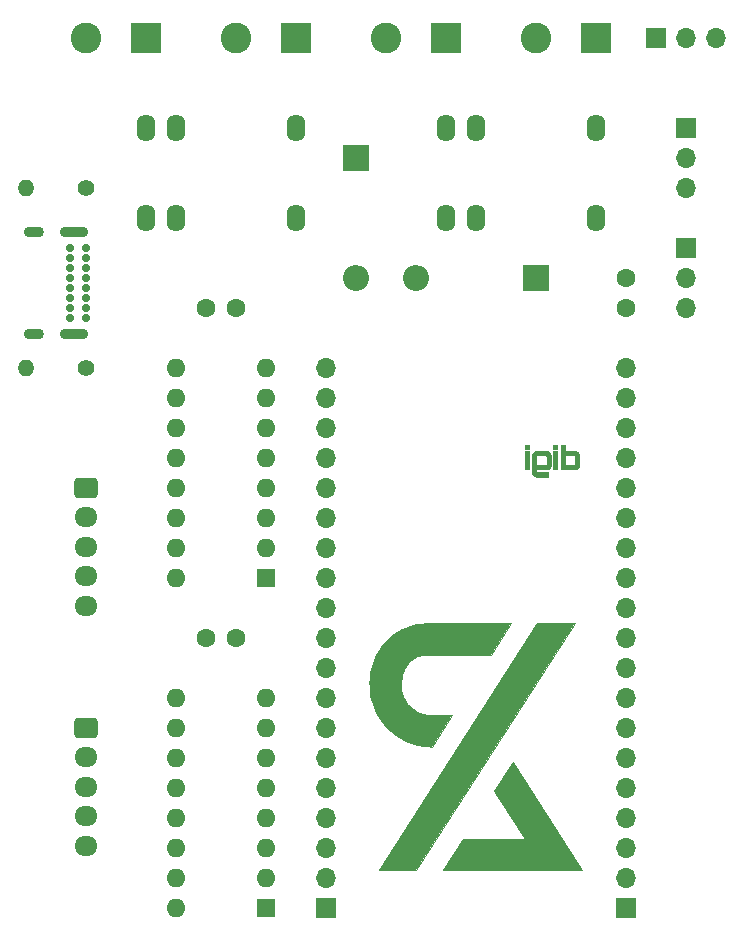
<source format=gbr>
%TF.GenerationSoftware,KiCad,Pcbnew,(6.0.4)*%
%TF.CreationDate,2022-05-24T10:51:08+02:00*%
%TF.ProjectId,XRTL_PCB,5852544c-5f50-4434-922e-6b696361645f,1.0*%
%TF.SameCoordinates,Original*%
%TF.FileFunction,Soldermask,Bot*%
%TF.FilePolarity,Negative*%
%FSLAX46Y46*%
G04 Gerber Fmt 4.6, Leading zero omitted, Abs format (unit mm)*
G04 Created by KiCad (PCBNEW (6.0.4)) date 2022-05-24 10:51:08*
%MOMM*%
%LPD*%
G01*
G04 APERTURE LIST*
G04 Aperture macros list*
%AMRoundRect*
0 Rectangle with rounded corners*
0 $1 Rounding radius*
0 $2 $3 $4 $5 $6 $7 $8 $9 X,Y pos of 4 corners*
0 Add a 4 corners polygon primitive as box body*
4,1,4,$2,$3,$4,$5,$6,$7,$8,$9,$2,$3,0*
0 Add four circle primitives for the rounded corners*
1,1,$1+$1,$2,$3*
1,1,$1+$1,$4,$5*
1,1,$1+$1,$6,$7*
1,1,$1+$1,$8,$9*
0 Add four rect primitives between the rounded corners*
20,1,$1+$1,$2,$3,$4,$5,0*
20,1,$1+$1,$4,$5,$6,$7,0*
20,1,$1+$1,$6,$7,$8,$9,0*
20,1,$1+$1,$8,$9,$2,$3,0*%
G04 Aperture macros list end*
%ADD10C,0.030000*%
%ADD11C,0.050000*%
%ADD12C,1.400000*%
%ADD13O,1.400000X1.400000*%
%ADD14C,1.600000*%
%ADD15O,1.600000X2.300000*%
%ADD16R,2.600000X2.600000*%
%ADD17C,2.600000*%
%ADD18R,1.600000X1.600000*%
%ADD19O,1.600000X1.600000*%
%ADD20R,1.700000X1.700000*%
%ADD21O,1.700000X1.700000*%
%ADD22RoundRect,0.250000X-0.725000X0.600000X-0.725000X-0.600000X0.725000X-0.600000X0.725000X0.600000X0*%
%ADD23O,1.950000X1.700000*%
%ADD24R,2.200000X2.200000*%
%ADD25O,2.200000X2.200000*%
%ADD26C,0.700000*%
%ADD27O,1.700000X0.900000*%
%ADD28O,2.400000X0.900000*%
G04 APERTURE END LIST*
D10*
G36*
X109236335Y-123855123D02*
G01*
X106089117Y-123855123D01*
X119499522Y-102923936D01*
X122646741Y-102923936D01*
X109236335Y-123855123D01*
G37*
X109236335Y-123855123D02*
X106089117Y-123855123D01*
X119499522Y-102923936D01*
X122646741Y-102923936D01*
X109236335Y-123855123D01*
G36*
X115562520Y-105575061D02*
G01*
X110216614Y-105575061D01*
X110097892Y-105577706D01*
X109981396Y-105585619D01*
X109867214Y-105598763D01*
X109755433Y-105617105D01*
X109646140Y-105640610D01*
X109539423Y-105669242D01*
X109435368Y-105702966D01*
X109334064Y-105741749D01*
X109235596Y-105785554D01*
X109140052Y-105834348D01*
X109047520Y-105888095D01*
X108958087Y-105946760D01*
X108871839Y-106010308D01*
X108788865Y-106078705D01*
X108709250Y-106151916D01*
X108633084Y-106229905D01*
X108566862Y-106304724D01*
X108503657Y-106383268D01*
X108443511Y-106465452D01*
X108386463Y-106551188D01*
X108332554Y-106640389D01*
X108281826Y-106732968D01*
X108234318Y-106828837D01*
X108190072Y-106927909D01*
X108149127Y-107030098D01*
X108111526Y-107135315D01*
X108077308Y-107243474D01*
X108046515Y-107354488D01*
X108019186Y-107468269D01*
X107995363Y-107584730D01*
X107975086Y-107703783D01*
X107958396Y-107825343D01*
X107945687Y-107962964D01*
X107940250Y-108100318D01*
X107942010Y-108237137D01*
X107950893Y-108373154D01*
X107966821Y-108508101D01*
X107989720Y-108641711D01*
X108019513Y-108773717D01*
X108056126Y-108903850D01*
X108099483Y-109031844D01*
X108149508Y-109157432D01*
X108206126Y-109280345D01*
X108269260Y-109400316D01*
X108338837Y-109517078D01*
X108414779Y-109630364D01*
X108497011Y-109739905D01*
X108585458Y-109845436D01*
X108679454Y-109946062D01*
X108778206Y-110040997D01*
X108881445Y-110130131D01*
X108988906Y-110213351D01*
X109100320Y-110290549D01*
X109215419Y-110361613D01*
X109333937Y-110426434D01*
X109455606Y-110484900D01*
X109580159Y-110536902D01*
X109707327Y-110582328D01*
X109836845Y-110621069D01*
X109968443Y-110653014D01*
X110101856Y-110678052D01*
X110236814Y-110696073D01*
X110373052Y-110706967D01*
X110510302Y-110710623D01*
X112272426Y-110710623D01*
X110569835Y-113365717D01*
X110506335Y-113365717D01*
X110254587Y-113359590D01*
X110005560Y-113341394D01*
X109759558Y-113311410D01*
X109516884Y-113269917D01*
X109277840Y-113217195D01*
X109042730Y-113153524D01*
X108811856Y-113079183D01*
X108585522Y-112994453D01*
X108364031Y-112899613D01*
X108147685Y-112794943D01*
X107936789Y-112680722D01*
X107731644Y-112557232D01*
X107532554Y-112424750D01*
X107339822Y-112283557D01*
X107153751Y-112133934D01*
X106974644Y-111976159D01*
X106802803Y-111810512D01*
X106638533Y-111637273D01*
X106482136Y-111456723D01*
X106333915Y-111269140D01*
X106194173Y-111074804D01*
X106063213Y-110873996D01*
X105941339Y-110666995D01*
X105828853Y-110454081D01*
X105726057Y-110235534D01*
X105633257Y-110011632D01*
X105550753Y-109782657D01*
X105478850Y-109548888D01*
X105417850Y-109310605D01*
X105368057Y-109068088D01*
X105329773Y-108821615D01*
X105303302Y-108571468D01*
X105286491Y-108278248D01*
X105283597Y-107988209D01*
X105294494Y-107701739D01*
X105319053Y-107419228D01*
X105357145Y-107141066D01*
X105408644Y-106867642D01*
X105473421Y-106599345D01*
X105551349Y-106336566D01*
X105642299Y-106079693D01*
X105746143Y-105829116D01*
X105862754Y-105585225D01*
X105992004Y-105348409D01*
X106133765Y-105119057D01*
X106287908Y-104897560D01*
X106454307Y-104684307D01*
X106632833Y-104479687D01*
X106810578Y-104296745D01*
X106996811Y-104124553D01*
X107191183Y-103963256D01*
X107393345Y-103812999D01*
X107602948Y-103673927D01*
X107819644Y-103546186D01*
X108043084Y-103429920D01*
X108272919Y-103325276D01*
X108508800Y-103232399D01*
X108750378Y-103151434D01*
X108997305Y-103082527D01*
X109249232Y-103025822D01*
X109505809Y-102981465D01*
X109766688Y-102949602D01*
X110031521Y-102930377D01*
X110299958Y-102923936D01*
X117261145Y-102923936D01*
X115562520Y-105575061D01*
G37*
X115562520Y-105575061D02*
X110216614Y-105575061D01*
X110097892Y-105577706D01*
X109981396Y-105585619D01*
X109867214Y-105598763D01*
X109755433Y-105617105D01*
X109646140Y-105640610D01*
X109539423Y-105669242D01*
X109435368Y-105702966D01*
X109334064Y-105741749D01*
X109235596Y-105785554D01*
X109140052Y-105834348D01*
X109047520Y-105888095D01*
X108958087Y-105946760D01*
X108871839Y-106010308D01*
X108788865Y-106078705D01*
X108709250Y-106151916D01*
X108633084Y-106229905D01*
X108566862Y-106304724D01*
X108503657Y-106383268D01*
X108443511Y-106465452D01*
X108386463Y-106551188D01*
X108332554Y-106640389D01*
X108281826Y-106732968D01*
X108234318Y-106828837D01*
X108190072Y-106927909D01*
X108149127Y-107030098D01*
X108111526Y-107135315D01*
X108077308Y-107243474D01*
X108046515Y-107354488D01*
X108019186Y-107468269D01*
X107995363Y-107584730D01*
X107975086Y-107703783D01*
X107958396Y-107825343D01*
X107945687Y-107962964D01*
X107940250Y-108100318D01*
X107942010Y-108237137D01*
X107950893Y-108373154D01*
X107966821Y-108508101D01*
X107989720Y-108641711D01*
X108019513Y-108773717D01*
X108056126Y-108903850D01*
X108099483Y-109031844D01*
X108149508Y-109157432D01*
X108206126Y-109280345D01*
X108269260Y-109400316D01*
X108338837Y-109517078D01*
X108414779Y-109630364D01*
X108497011Y-109739905D01*
X108585458Y-109845436D01*
X108679454Y-109946062D01*
X108778206Y-110040997D01*
X108881445Y-110130131D01*
X108988906Y-110213351D01*
X109100320Y-110290549D01*
X109215419Y-110361613D01*
X109333937Y-110426434D01*
X109455606Y-110484900D01*
X109580159Y-110536902D01*
X109707327Y-110582328D01*
X109836845Y-110621069D01*
X109968443Y-110653014D01*
X110101856Y-110678052D01*
X110236814Y-110696073D01*
X110373052Y-110706967D01*
X110510302Y-110710623D01*
X112272426Y-110710623D01*
X110569835Y-113365717D01*
X110506335Y-113365717D01*
X110254587Y-113359590D01*
X110005560Y-113341394D01*
X109759558Y-113311410D01*
X109516884Y-113269917D01*
X109277840Y-113217195D01*
X109042730Y-113153524D01*
X108811856Y-113079183D01*
X108585522Y-112994453D01*
X108364031Y-112899613D01*
X108147685Y-112794943D01*
X107936789Y-112680722D01*
X107731644Y-112557232D01*
X107532554Y-112424750D01*
X107339822Y-112283557D01*
X107153751Y-112133934D01*
X106974644Y-111976159D01*
X106802803Y-111810512D01*
X106638533Y-111637273D01*
X106482136Y-111456723D01*
X106333915Y-111269140D01*
X106194173Y-111074804D01*
X106063213Y-110873996D01*
X105941339Y-110666995D01*
X105828853Y-110454081D01*
X105726057Y-110235534D01*
X105633257Y-110011632D01*
X105550753Y-109782657D01*
X105478850Y-109548888D01*
X105417850Y-109310605D01*
X105368057Y-109068088D01*
X105329773Y-108821615D01*
X105303302Y-108571468D01*
X105286491Y-108278248D01*
X105283597Y-107988209D01*
X105294494Y-107701739D01*
X105319053Y-107419228D01*
X105357145Y-107141066D01*
X105408644Y-106867642D01*
X105473421Y-106599345D01*
X105551349Y-106336566D01*
X105642299Y-106079693D01*
X105746143Y-105829116D01*
X105862754Y-105585225D01*
X105992004Y-105348409D01*
X106133765Y-105119057D01*
X106287908Y-104897560D01*
X106454307Y-104684307D01*
X106632833Y-104479687D01*
X106810578Y-104296745D01*
X106996811Y-104124553D01*
X107191183Y-103963256D01*
X107393345Y-103812999D01*
X107602948Y-103673927D01*
X107819644Y-103546186D01*
X108043084Y-103429920D01*
X108272919Y-103325276D01*
X108508800Y-103232399D01*
X108750378Y-103151434D01*
X108997305Y-103082527D01*
X109249232Y-103025822D01*
X109505809Y-102981465D01*
X109766688Y-102949602D01*
X110031521Y-102930377D01*
X110299958Y-102923936D01*
X117261145Y-102923936D01*
X115562520Y-105575061D01*
D11*
G36*
X118781949Y-89903212D02*
G01*
X118438818Y-89903212D01*
X118438818Y-88368077D01*
X118781949Y-88368077D01*
X118781949Y-89903212D01*
G37*
X118781949Y-89903212D02*
X118438818Y-89903212D01*
X118438818Y-88368077D01*
X118781949Y-88368077D01*
X118781949Y-89903212D01*
G36*
X120618007Y-89553125D02*
G01*
X120617472Y-89565331D01*
X120616577Y-89577404D01*
X120615322Y-89589342D01*
X120613702Y-89601142D01*
X120611718Y-89612803D01*
X120609366Y-89624323D01*
X120606644Y-89635700D01*
X120603551Y-89646931D01*
X120600085Y-89658015D01*
X120596243Y-89668949D01*
X120592024Y-89679732D01*
X120587425Y-89690362D01*
X120582445Y-89700836D01*
X120577081Y-89711153D01*
X120571332Y-89721310D01*
X120564744Y-89731517D01*
X120557899Y-89741467D01*
X120550800Y-89751163D01*
X120543448Y-89760606D01*
X120535846Y-89769799D01*
X120527996Y-89778744D01*
X120519900Y-89787442D01*
X120511559Y-89795897D01*
X120502977Y-89804109D01*
X120494154Y-89812081D01*
X120485092Y-89819814D01*
X120475795Y-89827312D01*
X120466263Y-89834575D01*
X120456500Y-89841606D01*
X120446506Y-89848407D01*
X120436284Y-89854980D01*
X120425642Y-89860745D01*
X120414900Y-89866153D01*
X120404058Y-89871201D01*
X120393113Y-89875888D01*
X120382063Y-89880211D01*
X120370905Y-89884169D01*
X120359639Y-89887760D01*
X120348262Y-89890981D01*
X120336772Y-89893831D01*
X120325166Y-89896308D01*
X120313444Y-89898409D01*
X120301602Y-89900132D01*
X120289640Y-89901477D01*
X120277554Y-89902439D01*
X120265343Y-89903018D01*
X120253005Y-89903212D01*
X119406890Y-89903212D01*
X119406890Y-90127832D01*
X119406923Y-90129866D01*
X119407024Y-90131834D01*
X119407199Y-90133733D01*
X119407449Y-90135562D01*
X119407781Y-90137317D01*
X119407979Y-90138167D01*
X119408198Y-90138999D01*
X119408439Y-90139811D01*
X119408703Y-90140603D01*
X119408990Y-90141376D01*
X119409301Y-90142129D01*
X119409636Y-90142862D01*
X119409996Y-90143574D01*
X119410381Y-90144265D01*
X119410792Y-90144936D01*
X119411229Y-90145586D01*
X119411693Y-90146214D01*
X119412184Y-90146820D01*
X119412703Y-90147404D01*
X119413250Y-90147966D01*
X119413826Y-90148506D01*
X119414431Y-90149023D01*
X119415066Y-90149517D01*
X119415732Y-90149988D01*
X119416428Y-90150435D01*
X119417155Y-90150859D01*
X119417914Y-90151258D01*
X119418736Y-90152291D01*
X119419650Y-90153315D01*
X119420648Y-90154323D01*
X119421725Y-90155306D01*
X119422875Y-90156258D01*
X119424091Y-90157169D01*
X119425368Y-90158031D01*
X119426699Y-90158838D01*
X119428079Y-90159579D01*
X119429501Y-90160248D01*
X119430959Y-90160836D01*
X119432448Y-90161335D01*
X119433961Y-90161738D01*
X119435492Y-90162035D01*
X119437035Y-90162219D01*
X119438585Y-90162283D01*
X120364626Y-90162283D01*
X120364626Y-90509548D01*
X119424804Y-90509548D01*
X119411981Y-90509355D01*
X119399348Y-90508776D01*
X119386901Y-90507813D01*
X119374635Y-90506469D01*
X119362547Y-90504746D01*
X119350632Y-90502645D01*
X119338887Y-90500168D01*
X119327308Y-90497318D01*
X119315890Y-90494097D01*
X119304630Y-90490506D01*
X119293522Y-90486548D01*
X119282565Y-90482224D01*
X119271752Y-90477538D01*
X119261081Y-90472489D01*
X119250548Y-90467082D01*
X119240147Y-90461317D01*
X119229956Y-90454760D01*
X119220050Y-90448002D01*
X119210422Y-90441039D01*
X119201067Y-90433864D01*
X119191978Y-90426471D01*
X119183150Y-90418853D01*
X119174576Y-90411006D01*
X119166250Y-90402923D01*
X119158166Y-90394597D01*
X119150319Y-90386023D01*
X119142702Y-90377194D01*
X119135309Y-90368106D01*
X119128133Y-90358750D01*
X119121170Y-90349123D01*
X119114413Y-90339216D01*
X119107856Y-90329025D01*
X119102091Y-90318625D01*
X119096683Y-90308096D01*
X119091635Y-90297438D01*
X119086948Y-90286651D01*
X119082625Y-90275734D01*
X119078666Y-90264688D01*
X119075076Y-90253513D01*
X119071854Y-90242209D01*
X119069004Y-90230775D01*
X119066528Y-90219213D01*
X119064427Y-90207521D01*
X119062703Y-90195700D01*
X119061359Y-90183750D01*
X119060397Y-90171671D01*
X119059818Y-90159462D01*
X119059624Y-90147124D01*
X119059624Y-89524251D01*
X119406890Y-89524251D01*
X119406923Y-89526286D01*
X119407024Y-89528256D01*
X119407199Y-89530161D01*
X119407449Y-89532002D01*
X119407781Y-89533779D01*
X119408198Y-89535491D01*
X119408703Y-89537138D01*
X119408990Y-89537937D01*
X119409301Y-89538720D01*
X119409636Y-89539487D01*
X119409996Y-89540238D01*
X119410381Y-89540973D01*
X119410792Y-89541692D01*
X119411229Y-89542394D01*
X119411693Y-89543081D01*
X119412184Y-89543751D01*
X119412703Y-89544405D01*
X119413250Y-89545043D01*
X119413826Y-89545664D01*
X119414431Y-89546270D01*
X119415066Y-89546859D01*
X119415732Y-89547433D01*
X119416428Y-89547990D01*
X119417155Y-89548531D01*
X119417914Y-89549056D01*
X119418736Y-89550072D01*
X119419650Y-89551053D01*
X119420648Y-89551993D01*
X119421725Y-89552888D01*
X119422875Y-89553735D01*
X119424091Y-89554530D01*
X119425368Y-89555268D01*
X119426699Y-89555946D01*
X119428079Y-89556559D01*
X119429501Y-89557103D01*
X119430959Y-89557575D01*
X119432448Y-89557970D01*
X119433961Y-89558284D01*
X119435492Y-89558514D01*
X119437035Y-89558654D01*
X119438585Y-89558702D01*
X120240603Y-89558702D01*
X120242395Y-89558654D01*
X120244153Y-89558514D01*
X120245874Y-89558284D01*
X120247557Y-89557970D01*
X120249200Y-89557575D01*
X120250801Y-89557103D01*
X120252357Y-89556559D01*
X120253866Y-89555946D01*
X120255327Y-89555268D01*
X120256738Y-89554530D01*
X120258096Y-89553735D01*
X120259400Y-89552888D01*
X120260647Y-89551993D01*
X120261836Y-89551053D01*
X120262964Y-89550072D01*
X120264029Y-89549056D01*
X120265062Y-89547990D01*
X120266086Y-89546859D01*
X120267094Y-89545664D01*
X120268077Y-89544405D01*
X120269029Y-89543081D01*
X120269940Y-89541692D01*
X120270802Y-89540238D01*
X120271609Y-89538720D01*
X120272350Y-89537138D01*
X120273019Y-89535491D01*
X120273607Y-89533779D01*
X120274106Y-89532002D01*
X120274509Y-89530161D01*
X120274806Y-89528256D01*
X120274990Y-89526286D01*
X120275054Y-89524251D01*
X120275054Y-88749793D01*
X120275038Y-88748768D01*
X120274990Y-88747759D01*
X120274913Y-88746767D01*
X120274806Y-88745791D01*
X120274671Y-88744833D01*
X120274509Y-88743892D01*
X120274320Y-88742969D01*
X120274106Y-88742064D01*
X120273868Y-88741176D01*
X120273607Y-88740308D01*
X120273324Y-88739458D01*
X120273019Y-88738627D01*
X120272694Y-88737815D01*
X120272350Y-88737022D01*
X120271609Y-88735496D01*
X120270802Y-88734051D01*
X120269940Y-88732689D01*
X120269029Y-88731412D01*
X120268077Y-88730221D01*
X120267094Y-88729119D01*
X120266086Y-88728108D01*
X120265062Y-88727190D01*
X120264029Y-88726367D01*
X120262964Y-88725335D01*
X120261836Y-88724311D01*
X120260647Y-88723303D01*
X120259400Y-88722319D01*
X120258096Y-88721367D01*
X120256738Y-88720456D01*
X120255327Y-88719594D01*
X120253866Y-88718788D01*
X120252357Y-88718046D01*
X120250801Y-88717377D01*
X120249200Y-88716789D01*
X120247557Y-88716290D01*
X120245874Y-88715888D01*
X120244153Y-88715590D01*
X120242395Y-88715406D01*
X120240603Y-88715343D01*
X119438585Y-88715343D01*
X119437810Y-88715359D01*
X119437035Y-88715406D01*
X119436263Y-88715483D01*
X119435492Y-88715590D01*
X119434725Y-88715725D01*
X119433961Y-88715888D01*
X119433202Y-88716076D01*
X119432448Y-88716290D01*
X119430959Y-88716789D01*
X119429501Y-88717377D01*
X119428079Y-88718046D01*
X119426699Y-88718788D01*
X119425368Y-88719594D01*
X119424091Y-88720456D01*
X119422875Y-88721367D01*
X119421725Y-88722319D01*
X119420648Y-88723303D01*
X119419650Y-88724311D01*
X119418736Y-88725335D01*
X119417914Y-88726367D01*
X119416428Y-88727190D01*
X119415066Y-88728108D01*
X119413826Y-88729119D01*
X119412703Y-88730221D01*
X119411693Y-88731412D01*
X119410792Y-88732689D01*
X119409996Y-88734051D01*
X119409301Y-88735496D01*
X119408703Y-88737022D01*
X119408198Y-88738627D01*
X119407781Y-88740308D01*
X119407449Y-88742064D01*
X119407199Y-88743892D01*
X119407024Y-88745791D01*
X119406923Y-88747759D01*
X119406890Y-88749793D01*
X119406890Y-89524251D01*
X119059624Y-89524251D01*
X119059624Y-88733257D01*
X119059818Y-88720919D01*
X119060402Y-88708711D01*
X119061377Y-88696631D01*
X119062746Y-88684681D01*
X119064511Y-88672860D01*
X119066673Y-88661168D01*
X119069235Y-88649606D01*
X119072199Y-88638172D01*
X119075566Y-88626868D01*
X119079339Y-88615693D01*
X119083520Y-88604647D01*
X119088111Y-88593731D01*
X119093113Y-88582943D01*
X119098529Y-88572285D01*
X119104361Y-88561756D01*
X119110611Y-88551356D01*
X119116684Y-88541392D01*
X119123016Y-88531654D01*
X119129612Y-88522143D01*
X119136471Y-88512857D01*
X119143597Y-88503798D01*
X119150992Y-88494964D01*
X119158657Y-88486357D01*
X119166594Y-88477975D01*
X119174806Y-88469820D01*
X119183295Y-88461891D01*
X119192062Y-88454188D01*
X119201110Y-88446711D01*
X119210440Y-88439460D01*
X119220055Y-88432436D01*
X119229957Y-88425637D01*
X119240147Y-88419064D01*
X119250548Y-88413269D01*
X119261081Y-88407774D01*
X119271752Y-88402589D01*
X119282565Y-88397726D01*
X119293522Y-88393194D01*
X119304630Y-88389003D01*
X119315890Y-88385163D01*
X119327308Y-88381685D01*
X119338887Y-88378578D01*
X119350632Y-88375853D01*
X119362547Y-88373519D01*
X119374635Y-88371587D01*
X119386901Y-88370066D01*
X119399348Y-88368968D01*
X119411981Y-88368301D01*
X119424804Y-88368077D01*
X120253005Y-88368077D01*
X120265343Y-88368301D01*
X120277554Y-88368968D01*
X120289640Y-88370066D01*
X120301602Y-88371587D01*
X120313444Y-88373519D01*
X120325166Y-88375853D01*
X120336772Y-88378578D01*
X120348262Y-88381685D01*
X120359639Y-88385163D01*
X120370905Y-88389003D01*
X120382063Y-88393194D01*
X120393113Y-88397726D01*
X120404058Y-88402589D01*
X120414900Y-88407774D01*
X120425642Y-88413269D01*
X120436284Y-88419064D01*
X120446506Y-88425637D01*
X120456500Y-88432436D01*
X120466263Y-88439460D01*
X120475795Y-88446711D01*
X120485092Y-88454188D01*
X120494154Y-88461891D01*
X120502977Y-88469820D01*
X120511559Y-88477975D01*
X120519900Y-88486357D01*
X120527996Y-88494964D01*
X120535846Y-88503798D01*
X120543448Y-88512857D01*
X120550800Y-88522143D01*
X120557899Y-88531654D01*
X120564744Y-88541392D01*
X120571332Y-88551356D01*
X120577081Y-88561756D01*
X120582445Y-88572285D01*
X120587425Y-88582943D01*
X120592024Y-88593731D01*
X120596243Y-88604647D01*
X120600085Y-88615693D01*
X120603551Y-88626868D01*
X120606644Y-88638172D01*
X120609366Y-88649606D01*
X120611718Y-88661168D01*
X120613702Y-88672860D01*
X120615322Y-88684681D01*
X120616577Y-88696631D01*
X120617472Y-88708711D01*
X120618007Y-88720919D01*
X120618185Y-88733257D01*
X120618185Y-89540787D01*
X120618007Y-89553125D01*
G37*
X120618007Y-89553125D02*
X120617472Y-89565331D01*
X120616577Y-89577404D01*
X120615322Y-89589342D01*
X120613702Y-89601142D01*
X120611718Y-89612803D01*
X120609366Y-89624323D01*
X120606644Y-89635700D01*
X120603551Y-89646931D01*
X120600085Y-89658015D01*
X120596243Y-89668949D01*
X120592024Y-89679732D01*
X120587425Y-89690362D01*
X120582445Y-89700836D01*
X120577081Y-89711153D01*
X120571332Y-89721310D01*
X120564744Y-89731517D01*
X120557899Y-89741467D01*
X120550800Y-89751163D01*
X120543448Y-89760606D01*
X120535846Y-89769799D01*
X120527996Y-89778744D01*
X120519900Y-89787442D01*
X120511559Y-89795897D01*
X120502977Y-89804109D01*
X120494154Y-89812081D01*
X120485092Y-89819814D01*
X120475795Y-89827312D01*
X120466263Y-89834575D01*
X120456500Y-89841606D01*
X120446506Y-89848407D01*
X120436284Y-89854980D01*
X120425642Y-89860745D01*
X120414900Y-89866153D01*
X120404058Y-89871201D01*
X120393113Y-89875888D01*
X120382063Y-89880211D01*
X120370905Y-89884169D01*
X120359639Y-89887760D01*
X120348262Y-89890981D01*
X120336772Y-89893831D01*
X120325166Y-89896308D01*
X120313444Y-89898409D01*
X120301602Y-89900132D01*
X120289640Y-89901477D01*
X120277554Y-89902439D01*
X120265343Y-89903018D01*
X120253005Y-89903212D01*
X119406890Y-89903212D01*
X119406890Y-90127832D01*
X119406923Y-90129866D01*
X119407024Y-90131834D01*
X119407199Y-90133733D01*
X119407449Y-90135562D01*
X119407781Y-90137317D01*
X119407979Y-90138167D01*
X119408198Y-90138999D01*
X119408439Y-90139811D01*
X119408703Y-90140603D01*
X119408990Y-90141376D01*
X119409301Y-90142129D01*
X119409636Y-90142862D01*
X119409996Y-90143574D01*
X119410381Y-90144265D01*
X119410792Y-90144936D01*
X119411229Y-90145586D01*
X119411693Y-90146214D01*
X119412184Y-90146820D01*
X119412703Y-90147404D01*
X119413250Y-90147966D01*
X119413826Y-90148506D01*
X119414431Y-90149023D01*
X119415066Y-90149517D01*
X119415732Y-90149988D01*
X119416428Y-90150435D01*
X119417155Y-90150859D01*
X119417914Y-90151258D01*
X119418736Y-90152291D01*
X119419650Y-90153315D01*
X119420648Y-90154323D01*
X119421725Y-90155306D01*
X119422875Y-90156258D01*
X119424091Y-90157169D01*
X119425368Y-90158031D01*
X119426699Y-90158838D01*
X119428079Y-90159579D01*
X119429501Y-90160248D01*
X119430959Y-90160836D01*
X119432448Y-90161335D01*
X119433961Y-90161738D01*
X119435492Y-90162035D01*
X119437035Y-90162219D01*
X119438585Y-90162283D01*
X120364626Y-90162283D01*
X120364626Y-90509548D01*
X119424804Y-90509548D01*
X119411981Y-90509355D01*
X119399348Y-90508776D01*
X119386901Y-90507813D01*
X119374635Y-90506469D01*
X119362547Y-90504746D01*
X119350632Y-90502645D01*
X119338887Y-90500168D01*
X119327308Y-90497318D01*
X119315890Y-90494097D01*
X119304630Y-90490506D01*
X119293522Y-90486548D01*
X119282565Y-90482224D01*
X119271752Y-90477538D01*
X119261081Y-90472489D01*
X119250548Y-90467082D01*
X119240147Y-90461317D01*
X119229956Y-90454760D01*
X119220050Y-90448002D01*
X119210422Y-90441039D01*
X119201067Y-90433864D01*
X119191978Y-90426471D01*
X119183150Y-90418853D01*
X119174576Y-90411006D01*
X119166250Y-90402923D01*
X119158166Y-90394597D01*
X119150319Y-90386023D01*
X119142702Y-90377194D01*
X119135309Y-90368106D01*
X119128133Y-90358750D01*
X119121170Y-90349123D01*
X119114413Y-90339216D01*
X119107856Y-90329025D01*
X119102091Y-90318625D01*
X119096683Y-90308096D01*
X119091635Y-90297438D01*
X119086948Y-90286651D01*
X119082625Y-90275734D01*
X119078666Y-90264688D01*
X119075076Y-90253513D01*
X119071854Y-90242209D01*
X119069004Y-90230775D01*
X119066528Y-90219213D01*
X119064427Y-90207521D01*
X119062703Y-90195700D01*
X119061359Y-90183750D01*
X119060397Y-90171671D01*
X119059818Y-90159462D01*
X119059624Y-90147124D01*
X119059624Y-89524251D01*
X119406890Y-89524251D01*
X119406923Y-89526286D01*
X119407024Y-89528256D01*
X119407199Y-89530161D01*
X119407449Y-89532002D01*
X119407781Y-89533779D01*
X119408198Y-89535491D01*
X119408703Y-89537138D01*
X119408990Y-89537937D01*
X119409301Y-89538720D01*
X119409636Y-89539487D01*
X119409996Y-89540238D01*
X119410381Y-89540973D01*
X119410792Y-89541692D01*
X119411229Y-89542394D01*
X119411693Y-89543081D01*
X119412184Y-89543751D01*
X119412703Y-89544405D01*
X119413250Y-89545043D01*
X119413826Y-89545664D01*
X119414431Y-89546270D01*
X119415066Y-89546859D01*
X119415732Y-89547433D01*
X119416428Y-89547990D01*
X119417155Y-89548531D01*
X119417914Y-89549056D01*
X119418736Y-89550072D01*
X119419650Y-89551053D01*
X119420648Y-89551993D01*
X119421725Y-89552888D01*
X119422875Y-89553735D01*
X119424091Y-89554530D01*
X119425368Y-89555268D01*
X119426699Y-89555946D01*
X119428079Y-89556559D01*
X119429501Y-89557103D01*
X119430959Y-89557575D01*
X119432448Y-89557970D01*
X119433961Y-89558284D01*
X119435492Y-89558514D01*
X119437035Y-89558654D01*
X119438585Y-89558702D01*
X120240603Y-89558702D01*
X120242395Y-89558654D01*
X120244153Y-89558514D01*
X120245874Y-89558284D01*
X120247557Y-89557970D01*
X120249200Y-89557575D01*
X120250801Y-89557103D01*
X120252357Y-89556559D01*
X120253866Y-89555946D01*
X120255327Y-89555268D01*
X120256738Y-89554530D01*
X120258096Y-89553735D01*
X120259400Y-89552888D01*
X120260647Y-89551993D01*
X120261836Y-89551053D01*
X120262964Y-89550072D01*
X120264029Y-89549056D01*
X120265062Y-89547990D01*
X120266086Y-89546859D01*
X120267094Y-89545664D01*
X120268077Y-89544405D01*
X120269029Y-89543081D01*
X120269940Y-89541692D01*
X120270802Y-89540238D01*
X120271609Y-89538720D01*
X120272350Y-89537138D01*
X120273019Y-89535491D01*
X120273607Y-89533779D01*
X120274106Y-89532002D01*
X120274509Y-89530161D01*
X120274806Y-89528256D01*
X120274990Y-89526286D01*
X120275054Y-89524251D01*
X120275054Y-88749793D01*
X120275038Y-88748768D01*
X120274990Y-88747759D01*
X120274913Y-88746767D01*
X120274806Y-88745791D01*
X120274671Y-88744833D01*
X120274509Y-88743892D01*
X120274320Y-88742969D01*
X120274106Y-88742064D01*
X120273868Y-88741176D01*
X120273607Y-88740308D01*
X120273324Y-88739458D01*
X120273019Y-88738627D01*
X120272694Y-88737815D01*
X120272350Y-88737022D01*
X120271609Y-88735496D01*
X120270802Y-88734051D01*
X120269940Y-88732689D01*
X120269029Y-88731412D01*
X120268077Y-88730221D01*
X120267094Y-88729119D01*
X120266086Y-88728108D01*
X120265062Y-88727190D01*
X120264029Y-88726367D01*
X120262964Y-88725335D01*
X120261836Y-88724311D01*
X120260647Y-88723303D01*
X120259400Y-88722319D01*
X120258096Y-88721367D01*
X120256738Y-88720456D01*
X120255327Y-88719594D01*
X120253866Y-88718788D01*
X120252357Y-88718046D01*
X120250801Y-88717377D01*
X120249200Y-88716789D01*
X120247557Y-88716290D01*
X120245874Y-88715888D01*
X120244153Y-88715590D01*
X120242395Y-88715406D01*
X120240603Y-88715343D01*
X119438585Y-88715343D01*
X119437810Y-88715359D01*
X119437035Y-88715406D01*
X119436263Y-88715483D01*
X119435492Y-88715590D01*
X119434725Y-88715725D01*
X119433961Y-88715888D01*
X119433202Y-88716076D01*
X119432448Y-88716290D01*
X119430959Y-88716789D01*
X119429501Y-88717377D01*
X119428079Y-88718046D01*
X119426699Y-88718788D01*
X119425368Y-88719594D01*
X119424091Y-88720456D01*
X119422875Y-88721367D01*
X119421725Y-88722319D01*
X119420648Y-88723303D01*
X119419650Y-88724311D01*
X119418736Y-88725335D01*
X119417914Y-88726367D01*
X119416428Y-88727190D01*
X119415066Y-88728108D01*
X119413826Y-88729119D01*
X119412703Y-88730221D01*
X119411693Y-88731412D01*
X119410792Y-88732689D01*
X119409996Y-88734051D01*
X119409301Y-88735496D01*
X119408703Y-88737022D01*
X119408198Y-88738627D01*
X119407781Y-88740308D01*
X119407449Y-88742064D01*
X119407199Y-88743892D01*
X119407024Y-88745791D01*
X119406923Y-88747759D01*
X119406890Y-88749793D01*
X119406890Y-89524251D01*
X119059624Y-89524251D01*
X119059624Y-88733257D01*
X119059818Y-88720919D01*
X119060402Y-88708711D01*
X119061377Y-88696631D01*
X119062746Y-88684681D01*
X119064511Y-88672860D01*
X119066673Y-88661168D01*
X119069235Y-88649606D01*
X119072199Y-88638172D01*
X119075566Y-88626868D01*
X119079339Y-88615693D01*
X119083520Y-88604647D01*
X119088111Y-88593731D01*
X119093113Y-88582943D01*
X119098529Y-88572285D01*
X119104361Y-88561756D01*
X119110611Y-88551356D01*
X119116684Y-88541392D01*
X119123016Y-88531654D01*
X119129612Y-88522143D01*
X119136471Y-88512857D01*
X119143597Y-88503798D01*
X119150992Y-88494964D01*
X119158657Y-88486357D01*
X119166594Y-88477975D01*
X119174806Y-88469820D01*
X119183295Y-88461891D01*
X119192062Y-88454188D01*
X119201110Y-88446711D01*
X119210440Y-88439460D01*
X119220055Y-88432436D01*
X119229957Y-88425637D01*
X119240147Y-88419064D01*
X119250548Y-88413269D01*
X119261081Y-88407774D01*
X119271752Y-88402589D01*
X119282565Y-88397726D01*
X119293522Y-88393194D01*
X119304630Y-88389003D01*
X119315890Y-88385163D01*
X119327308Y-88381685D01*
X119338887Y-88378578D01*
X119350632Y-88375853D01*
X119362547Y-88373519D01*
X119374635Y-88371587D01*
X119386901Y-88370066D01*
X119399348Y-88368968D01*
X119411981Y-88368301D01*
X119424804Y-88368077D01*
X120253005Y-88368077D01*
X120265343Y-88368301D01*
X120277554Y-88368968D01*
X120289640Y-88370066D01*
X120301602Y-88371587D01*
X120313444Y-88373519D01*
X120325166Y-88375853D01*
X120336772Y-88378578D01*
X120348262Y-88381685D01*
X120359639Y-88385163D01*
X120370905Y-88389003D01*
X120382063Y-88393194D01*
X120393113Y-88397726D01*
X120404058Y-88402589D01*
X120414900Y-88407774D01*
X120425642Y-88413269D01*
X120436284Y-88419064D01*
X120446506Y-88425637D01*
X120456500Y-88432436D01*
X120466263Y-88439460D01*
X120475795Y-88446711D01*
X120485092Y-88454188D01*
X120494154Y-88461891D01*
X120502977Y-88469820D01*
X120511559Y-88477975D01*
X120519900Y-88486357D01*
X120527996Y-88494964D01*
X120535846Y-88503798D01*
X120543448Y-88512857D01*
X120550800Y-88522143D01*
X120557899Y-88531654D01*
X120564744Y-88541392D01*
X120571332Y-88551356D01*
X120577081Y-88561756D01*
X120582445Y-88572285D01*
X120587425Y-88582943D01*
X120592024Y-88593731D01*
X120596243Y-88604647D01*
X120600085Y-88615693D01*
X120603551Y-88626868D01*
X120606644Y-88638172D01*
X120609366Y-88649606D01*
X120611718Y-88661168D01*
X120613702Y-88672860D01*
X120615322Y-88684681D01*
X120616577Y-88696631D01*
X120617472Y-88708711D01*
X120618007Y-88720919D01*
X120618185Y-88733257D01*
X120618185Y-89540787D01*
X120618007Y-89553125D01*
G36*
X121176291Y-89903212D02*
G01*
X120833159Y-89903212D01*
X120833159Y-88368077D01*
X121176291Y-88368077D01*
X121176291Y-89903212D01*
G37*
X121176291Y-89903212D02*
X120833159Y-89903212D01*
X120833159Y-88368077D01*
X121176291Y-88368077D01*
X121176291Y-89903212D01*
D10*
G36*
X123305553Y-123855123D02*
G01*
X120126585Y-123855123D01*
X120118648Y-123847186D01*
X111470743Y-123823373D01*
X113177306Y-121176217D01*
X118451772Y-121188121D01*
X115828428Y-117092372D01*
X117404022Y-114635716D01*
X123305553Y-123855123D01*
G37*
X123305553Y-123855123D02*
X120126585Y-123855123D01*
X120118648Y-123847186D01*
X111470743Y-123823373D01*
X113177306Y-121176217D01*
X118451772Y-121188121D01*
X115828428Y-117092372D01*
X117404022Y-114635716D01*
X123305553Y-123855123D01*
D11*
G36*
X118781949Y-88215115D02*
G01*
X118438818Y-88215115D01*
X118438818Y-87866471D01*
X118781949Y-87866471D01*
X118781949Y-88215115D01*
G37*
X118781949Y-88215115D02*
X118438818Y-88215115D01*
X118438818Y-87866471D01*
X118781949Y-87866471D01*
X118781949Y-88215115D01*
G36*
X121176291Y-88215115D02*
G01*
X120833159Y-88215115D01*
X120833159Y-87866471D01*
X121176291Y-87866471D01*
X121176291Y-88215115D01*
G37*
X121176291Y-88215115D02*
X120833159Y-88215115D01*
X120833159Y-87866471D01*
X121176291Y-87866471D01*
X121176291Y-88215115D01*
G36*
X123018190Y-89553125D02*
G01*
X123017611Y-89565331D01*
X123016648Y-89577404D01*
X123015304Y-89589342D01*
X123013580Y-89601142D01*
X123011479Y-89612803D01*
X123009003Y-89624323D01*
X123006153Y-89635700D01*
X123002932Y-89646931D01*
X122999341Y-89658015D01*
X122995383Y-89668949D01*
X122991059Y-89679732D01*
X122986372Y-89690362D01*
X122981324Y-89700836D01*
X122975916Y-89711153D01*
X122970152Y-89721310D01*
X122963609Y-89731517D01*
X122956893Y-89741467D01*
X122949992Y-89751163D01*
X122942892Y-89760606D01*
X122935583Y-89769799D01*
X122928052Y-89778744D01*
X122920286Y-89787442D01*
X122912274Y-89795897D01*
X122904004Y-89804109D01*
X122895463Y-89812081D01*
X122886640Y-89819814D01*
X122877522Y-89827312D01*
X122868097Y-89834575D01*
X122858353Y-89841606D01*
X122848278Y-89848407D01*
X122837860Y-89854980D01*
X122827460Y-89860745D01*
X122816931Y-89866153D01*
X122806273Y-89871201D01*
X122795485Y-89875888D01*
X122784569Y-89880211D01*
X122773523Y-89884169D01*
X122762348Y-89887760D01*
X122751044Y-89890981D01*
X122739610Y-89893831D01*
X122728048Y-89896308D01*
X122716356Y-89898409D01*
X122704535Y-89900132D01*
X122692585Y-89901477D01*
X122680505Y-89902439D01*
X122668297Y-89903018D01*
X122655959Y-89903212D01*
X121459822Y-89903212D01*
X121459822Y-89524251D01*
X121805709Y-89524251D01*
X121805742Y-89526286D01*
X121805839Y-89528256D01*
X121806000Y-89530161D01*
X121806226Y-89532002D01*
X121806517Y-89533779D01*
X121806872Y-89535491D01*
X121807292Y-89537138D01*
X121807777Y-89538720D01*
X121808326Y-89540238D01*
X121808939Y-89541692D01*
X121809618Y-89543081D01*
X121810360Y-89544405D01*
X121811168Y-89545664D01*
X121812040Y-89546859D01*
X121812976Y-89547990D01*
X121813978Y-89549056D01*
X121817078Y-89551053D01*
X121818629Y-89551993D01*
X121820179Y-89552888D01*
X121821729Y-89553735D01*
X121823279Y-89554530D01*
X121824830Y-89555268D01*
X121826380Y-89555946D01*
X121827930Y-89556559D01*
X121829481Y-89557103D01*
X121831031Y-89557575D01*
X121832581Y-89557970D01*
X121834132Y-89558284D01*
X121835682Y-89558514D01*
X121837232Y-89558654D01*
X121838782Y-89558702D01*
X122636666Y-89558702D01*
X122638701Y-89558654D01*
X122640671Y-89558514D01*
X122642577Y-89558284D01*
X122644418Y-89557970D01*
X122646194Y-89557575D01*
X122647906Y-89557103D01*
X122649553Y-89556559D01*
X122651136Y-89555946D01*
X122652654Y-89555268D01*
X122654107Y-89554530D01*
X122655496Y-89553735D01*
X122656820Y-89552888D01*
X122658080Y-89551993D01*
X122659275Y-89551053D01*
X122660405Y-89550072D01*
X122661471Y-89549056D01*
X122663073Y-89546859D01*
X122664722Y-89544405D01*
X122665540Y-89543081D01*
X122666340Y-89541692D01*
X122667111Y-89540238D01*
X122667845Y-89538720D01*
X122668529Y-89537138D01*
X122669155Y-89535491D01*
X122669713Y-89533779D01*
X122670192Y-89532002D01*
X122670581Y-89530161D01*
X122670872Y-89528256D01*
X122671054Y-89526286D01*
X122671117Y-89524251D01*
X122671117Y-88749793D01*
X122671101Y-88748768D01*
X122671054Y-88747759D01*
X122670978Y-88746767D01*
X122670872Y-88745791D01*
X122670740Y-88744833D01*
X122670581Y-88743892D01*
X122670398Y-88742969D01*
X122670192Y-88742064D01*
X122669963Y-88741176D01*
X122669713Y-88740308D01*
X122669155Y-88738627D01*
X122668529Y-88737022D01*
X122667845Y-88735496D01*
X122667111Y-88734051D01*
X122666340Y-88732689D01*
X122665540Y-88731412D01*
X122664722Y-88730221D01*
X122663896Y-88729119D01*
X122663073Y-88728108D01*
X122662261Y-88727190D01*
X122661471Y-88726367D01*
X122660405Y-88725335D01*
X122659275Y-88724311D01*
X122658080Y-88723303D01*
X122656820Y-88722319D01*
X122655496Y-88721367D01*
X122654107Y-88720456D01*
X122652654Y-88719594D01*
X122651136Y-88718788D01*
X122649553Y-88718046D01*
X122647906Y-88717377D01*
X122646194Y-88716789D01*
X122644418Y-88716290D01*
X122642577Y-88715888D01*
X122640671Y-88715590D01*
X122638701Y-88715406D01*
X122636666Y-88715343D01*
X121838782Y-88715343D01*
X121837232Y-88715406D01*
X121835682Y-88715590D01*
X121834132Y-88715888D01*
X121832581Y-88716290D01*
X121831031Y-88716789D01*
X121829481Y-88717377D01*
X121827930Y-88718046D01*
X121826380Y-88718788D01*
X121824830Y-88719594D01*
X121823279Y-88720456D01*
X121821729Y-88721367D01*
X121820179Y-88722319D01*
X121817078Y-88724311D01*
X121813978Y-88726367D01*
X121812976Y-88727190D01*
X121812040Y-88728108D01*
X121811168Y-88729119D01*
X121810360Y-88730221D01*
X121809618Y-88731412D01*
X121808939Y-88732689D01*
X121808326Y-88734051D01*
X121807777Y-88735496D01*
X121807292Y-88737022D01*
X121806872Y-88738627D01*
X121806517Y-88740308D01*
X121806226Y-88742064D01*
X121806000Y-88743892D01*
X121805839Y-88745791D01*
X121805742Y-88747759D01*
X121805709Y-88749793D01*
X121805709Y-89524251D01*
X121459822Y-89524251D01*
X121459822Y-87866471D01*
X121805709Y-87866471D01*
X121805709Y-88368077D01*
X122655959Y-88368077D01*
X122668297Y-88368301D01*
X122680505Y-88368968D01*
X122692585Y-88370066D01*
X122704535Y-88371587D01*
X122716356Y-88373519D01*
X122728048Y-88375853D01*
X122739610Y-88378578D01*
X122751044Y-88381685D01*
X122762348Y-88385163D01*
X122773523Y-88389003D01*
X122784569Y-88393194D01*
X122795485Y-88397726D01*
X122806273Y-88402589D01*
X122816931Y-88407774D01*
X122827460Y-88413269D01*
X122837860Y-88419064D01*
X122848308Y-88425637D01*
X122858466Y-88432436D01*
X122868333Y-88439460D01*
X122877909Y-88446711D01*
X122887195Y-88454188D01*
X122896190Y-88461891D01*
X122904894Y-88469820D01*
X122913308Y-88477975D01*
X122921430Y-88486357D01*
X122929263Y-88494964D01*
X122936804Y-88503798D01*
X122944055Y-88512857D01*
X122951015Y-88522143D01*
X122957685Y-88531654D01*
X122964064Y-88541392D01*
X122970152Y-88551356D01*
X122975916Y-88561756D01*
X122981324Y-88572285D01*
X122986372Y-88582943D01*
X122991059Y-88593731D01*
X122995383Y-88604647D01*
X122999341Y-88615693D01*
X123002932Y-88626868D01*
X123006153Y-88638172D01*
X123009003Y-88649606D01*
X123011479Y-88661168D01*
X123013580Y-88672860D01*
X123015304Y-88684681D01*
X123016648Y-88696631D01*
X123017611Y-88708711D01*
X123018190Y-88720919D01*
X123018383Y-88733257D01*
X123018383Y-89540787D01*
X123018190Y-89553125D01*
G37*
X123018190Y-89553125D02*
X123017611Y-89565331D01*
X123016648Y-89577404D01*
X123015304Y-89589342D01*
X123013580Y-89601142D01*
X123011479Y-89612803D01*
X123009003Y-89624323D01*
X123006153Y-89635700D01*
X123002932Y-89646931D01*
X122999341Y-89658015D01*
X122995383Y-89668949D01*
X122991059Y-89679732D01*
X122986372Y-89690362D01*
X122981324Y-89700836D01*
X122975916Y-89711153D01*
X122970152Y-89721310D01*
X122963609Y-89731517D01*
X122956893Y-89741467D01*
X122949992Y-89751163D01*
X122942892Y-89760606D01*
X122935583Y-89769799D01*
X122928052Y-89778744D01*
X122920286Y-89787442D01*
X122912274Y-89795897D01*
X122904004Y-89804109D01*
X122895463Y-89812081D01*
X122886640Y-89819814D01*
X122877522Y-89827312D01*
X122868097Y-89834575D01*
X122858353Y-89841606D01*
X122848278Y-89848407D01*
X122837860Y-89854980D01*
X122827460Y-89860745D01*
X122816931Y-89866153D01*
X122806273Y-89871201D01*
X122795485Y-89875888D01*
X122784569Y-89880211D01*
X122773523Y-89884169D01*
X122762348Y-89887760D01*
X122751044Y-89890981D01*
X122739610Y-89893831D01*
X122728048Y-89896308D01*
X122716356Y-89898409D01*
X122704535Y-89900132D01*
X122692585Y-89901477D01*
X122680505Y-89902439D01*
X122668297Y-89903018D01*
X122655959Y-89903212D01*
X121459822Y-89903212D01*
X121459822Y-89524251D01*
X121805709Y-89524251D01*
X121805742Y-89526286D01*
X121805839Y-89528256D01*
X121806000Y-89530161D01*
X121806226Y-89532002D01*
X121806517Y-89533779D01*
X121806872Y-89535491D01*
X121807292Y-89537138D01*
X121807777Y-89538720D01*
X121808326Y-89540238D01*
X121808939Y-89541692D01*
X121809618Y-89543081D01*
X121810360Y-89544405D01*
X121811168Y-89545664D01*
X121812040Y-89546859D01*
X121812976Y-89547990D01*
X121813978Y-89549056D01*
X121817078Y-89551053D01*
X121818629Y-89551993D01*
X121820179Y-89552888D01*
X121821729Y-89553735D01*
X121823279Y-89554530D01*
X121824830Y-89555268D01*
X121826380Y-89555946D01*
X121827930Y-89556559D01*
X121829481Y-89557103D01*
X121831031Y-89557575D01*
X121832581Y-89557970D01*
X121834132Y-89558284D01*
X121835682Y-89558514D01*
X121837232Y-89558654D01*
X121838782Y-89558702D01*
X122636666Y-89558702D01*
X122638701Y-89558654D01*
X122640671Y-89558514D01*
X122642577Y-89558284D01*
X122644418Y-89557970D01*
X122646194Y-89557575D01*
X122647906Y-89557103D01*
X122649553Y-89556559D01*
X122651136Y-89555946D01*
X122652654Y-89555268D01*
X122654107Y-89554530D01*
X122655496Y-89553735D01*
X122656820Y-89552888D01*
X122658080Y-89551993D01*
X122659275Y-89551053D01*
X122660405Y-89550072D01*
X122661471Y-89549056D01*
X122663073Y-89546859D01*
X122664722Y-89544405D01*
X122665540Y-89543081D01*
X122666340Y-89541692D01*
X122667111Y-89540238D01*
X122667845Y-89538720D01*
X122668529Y-89537138D01*
X122669155Y-89535491D01*
X122669713Y-89533779D01*
X122670192Y-89532002D01*
X122670581Y-89530161D01*
X122670872Y-89528256D01*
X122671054Y-89526286D01*
X122671117Y-89524251D01*
X122671117Y-88749793D01*
X122671101Y-88748768D01*
X122671054Y-88747759D01*
X122670978Y-88746767D01*
X122670872Y-88745791D01*
X122670740Y-88744833D01*
X122670581Y-88743892D01*
X122670398Y-88742969D01*
X122670192Y-88742064D01*
X122669963Y-88741176D01*
X122669713Y-88740308D01*
X122669155Y-88738627D01*
X122668529Y-88737022D01*
X122667845Y-88735496D01*
X122667111Y-88734051D01*
X122666340Y-88732689D01*
X122665540Y-88731412D01*
X122664722Y-88730221D01*
X122663896Y-88729119D01*
X122663073Y-88728108D01*
X122662261Y-88727190D01*
X122661471Y-88726367D01*
X122660405Y-88725335D01*
X122659275Y-88724311D01*
X122658080Y-88723303D01*
X122656820Y-88722319D01*
X122655496Y-88721367D01*
X122654107Y-88720456D01*
X122652654Y-88719594D01*
X122651136Y-88718788D01*
X122649553Y-88718046D01*
X122647906Y-88717377D01*
X122646194Y-88716789D01*
X122644418Y-88716290D01*
X122642577Y-88715888D01*
X122640671Y-88715590D01*
X122638701Y-88715406D01*
X122636666Y-88715343D01*
X121838782Y-88715343D01*
X121837232Y-88715406D01*
X121835682Y-88715590D01*
X121834132Y-88715888D01*
X121832581Y-88716290D01*
X121831031Y-88716789D01*
X121829481Y-88717377D01*
X121827930Y-88718046D01*
X121826380Y-88718788D01*
X121824830Y-88719594D01*
X121823279Y-88720456D01*
X121821729Y-88721367D01*
X121820179Y-88722319D01*
X121817078Y-88724311D01*
X121813978Y-88726367D01*
X121812976Y-88727190D01*
X121812040Y-88728108D01*
X121811168Y-88729119D01*
X121810360Y-88730221D01*
X121809618Y-88731412D01*
X121808939Y-88732689D01*
X121808326Y-88734051D01*
X121807777Y-88735496D01*
X121807292Y-88737022D01*
X121806872Y-88738627D01*
X121806517Y-88740308D01*
X121806226Y-88742064D01*
X121806000Y-88743892D01*
X121805839Y-88745791D01*
X121805742Y-88747759D01*
X121805709Y-88749793D01*
X121805709Y-89524251D01*
X121459822Y-89524251D01*
X121459822Y-87866471D01*
X121805709Y-87866471D01*
X121805709Y-88368077D01*
X122655959Y-88368077D01*
X122668297Y-88368301D01*
X122680505Y-88368968D01*
X122692585Y-88370066D01*
X122704535Y-88371587D01*
X122716356Y-88373519D01*
X122728048Y-88375853D01*
X122739610Y-88378578D01*
X122751044Y-88381685D01*
X122762348Y-88385163D01*
X122773523Y-88389003D01*
X122784569Y-88393194D01*
X122795485Y-88397726D01*
X122806273Y-88402589D01*
X122816931Y-88407774D01*
X122827460Y-88413269D01*
X122837860Y-88419064D01*
X122848308Y-88425637D01*
X122858466Y-88432436D01*
X122868333Y-88439460D01*
X122877909Y-88446711D01*
X122887195Y-88454188D01*
X122896190Y-88461891D01*
X122904894Y-88469820D01*
X122913308Y-88477975D01*
X122921430Y-88486357D01*
X122929263Y-88494964D01*
X122936804Y-88503798D01*
X122944055Y-88512857D01*
X122951015Y-88522143D01*
X122957685Y-88531654D01*
X122964064Y-88541392D01*
X122970152Y-88551356D01*
X122975916Y-88561756D01*
X122981324Y-88572285D01*
X122986372Y-88582943D01*
X122991059Y-88593731D01*
X122995383Y-88604647D01*
X122999341Y-88615693D01*
X123002932Y-88626868D01*
X123006153Y-88638172D01*
X123009003Y-88649606D01*
X123011479Y-88661168D01*
X123013580Y-88672860D01*
X123015304Y-88684681D01*
X123016648Y-88696631D01*
X123017611Y-88708711D01*
X123018190Y-88720919D01*
X123018383Y-88733257D01*
X123018383Y-89540787D01*
X123018190Y-89553125D01*
D12*
%TO.C,R1*%
X81280000Y-81280000D03*
D13*
X76200000Y-81280000D03*
%TD*%
D14*
%TO.C,C3*%
X127000000Y-76200000D03*
X127000000Y-73700000D03*
%TD*%
D15*
%TO.C,K2*%
X99060000Y-60960000D03*
X88900000Y-60960000D03*
X86360000Y-60960000D03*
X86360000Y-68580000D03*
X88900000Y-68580000D03*
X99060000Y-68580000D03*
%TD*%
%TO.C,K1*%
X124460000Y-60960000D03*
X114300000Y-60960000D03*
X111760000Y-60960000D03*
X111760000Y-68580000D03*
X114300000Y-68580000D03*
X124460000Y-68580000D03*
%TD*%
D16*
%TO.C,J6*%
X99060000Y-53340000D03*
D17*
X93980000Y-53340000D03*
%TD*%
D16*
%TO.C,J7*%
X124460000Y-53340000D03*
D17*
X119380000Y-53340000D03*
%TD*%
D18*
%TO.C,U2*%
X96520000Y-99060000D03*
D19*
X96520000Y-96520000D03*
X96520000Y-93980000D03*
X96520000Y-91440000D03*
X96520000Y-88900000D03*
X96520000Y-86360000D03*
X96520000Y-83820000D03*
X96520000Y-81280000D03*
X88900000Y-81280000D03*
X88900000Y-83820000D03*
X88900000Y-86360000D03*
X88900000Y-88900000D03*
X88900000Y-91440000D03*
X88900000Y-93980000D03*
X88900000Y-96520000D03*
X88900000Y-99060000D03*
%TD*%
D20*
%TO.C,J4*%
X127000000Y-127000000D03*
D21*
X127000000Y-124460000D03*
X127000000Y-121920000D03*
X127000000Y-119380000D03*
X127000000Y-116840000D03*
X127000000Y-114300000D03*
X127000000Y-111760000D03*
X127000000Y-109220000D03*
X127000000Y-106680000D03*
X127000000Y-104140000D03*
X127000000Y-101600000D03*
X127000000Y-99060000D03*
X127000000Y-96520000D03*
X127000000Y-93980000D03*
X127000000Y-91440000D03*
X127000000Y-88900000D03*
X127000000Y-86360000D03*
X127000000Y-83820000D03*
X127000000Y-81280000D03*
%TD*%
D16*
%TO.C,J9*%
X111760000Y-53340000D03*
D17*
X106680000Y-53340000D03*
%TD*%
D14*
%TO.C,C2*%
X91440000Y-76200000D03*
X93940000Y-76200000D03*
%TD*%
D12*
%TO.C,R2*%
X81280000Y-66040000D03*
D13*
X76200000Y-66040000D03*
%TD*%
D18*
%TO.C,U1*%
X96520000Y-127000000D03*
D19*
X96520000Y-124460000D03*
X96520000Y-121920000D03*
X96520000Y-119380000D03*
X96520000Y-116840000D03*
X96520000Y-114300000D03*
X96520000Y-111760000D03*
X96520000Y-109220000D03*
X88900000Y-109220000D03*
X88900000Y-111760000D03*
X88900000Y-114300000D03*
X88900000Y-116840000D03*
X88900000Y-119380000D03*
X88900000Y-121920000D03*
X88900000Y-124460000D03*
X88900000Y-127000000D03*
%TD*%
D22*
%TO.C,J2*%
X81280000Y-111760000D03*
D23*
X81280000Y-114260000D03*
X81280000Y-116760000D03*
X81280000Y-119260000D03*
X81280000Y-121760000D03*
%TD*%
D20*
%TO.C,J5*%
X101600000Y-127000000D03*
D21*
X101600000Y-124460000D03*
X101600000Y-121920000D03*
X101600000Y-119380000D03*
X101600000Y-116840000D03*
X101600000Y-114300000D03*
X101600000Y-111760000D03*
X101600000Y-109220000D03*
X101600000Y-106680000D03*
X101600000Y-104140000D03*
X101600000Y-101600000D03*
X101600000Y-99060000D03*
X101600000Y-96520000D03*
X101600000Y-93980000D03*
X101600000Y-91440000D03*
X101600000Y-88900000D03*
X101600000Y-86360000D03*
X101600000Y-83820000D03*
X101600000Y-81280000D03*
%TD*%
D20*
%TO.C,J10*%
X132080000Y-60960000D03*
D21*
X132080000Y-63500000D03*
X132080000Y-66040000D03*
%TD*%
D24*
%TO.C,D2*%
X119380000Y-73660000D03*
D25*
X109220000Y-73660000D03*
%TD*%
D22*
%TO.C,J3*%
X81280000Y-91440000D03*
D23*
X81280000Y-93940000D03*
X81280000Y-96440000D03*
X81280000Y-98940000D03*
X81280000Y-101440000D03*
%TD*%
D14*
%TO.C,C1*%
X91440000Y-104140000D03*
X93940000Y-104140000D03*
%TD*%
D16*
%TO.C,J8*%
X86360000Y-53340000D03*
D17*
X81280000Y-53340000D03*
%TD*%
D24*
%TO.C,D1*%
X104140000Y-63500000D03*
D25*
X104140000Y-73660000D03*
%TD*%
D20*
%TO.C,J11*%
X132080000Y-71120000D03*
D21*
X132080000Y-73660000D03*
X132080000Y-76200000D03*
%TD*%
D20*
%TO.C,J12*%
X129540000Y-53340000D03*
D21*
X132080000Y-53340000D03*
X134620000Y-53340000D03*
%TD*%
D26*
%TO.C,J13*%
X81280000Y-71120000D03*
X81280000Y-71970000D03*
X81280000Y-72820000D03*
X81280000Y-73670000D03*
X81280000Y-74520000D03*
X81280000Y-75370000D03*
X81280000Y-76220000D03*
X81280000Y-77070000D03*
X79930000Y-77070000D03*
X79930000Y-76220000D03*
X79930000Y-75370000D03*
X79930000Y-74520000D03*
X79930000Y-73670000D03*
X79930000Y-72820000D03*
X79930000Y-71970000D03*
X79930000Y-71120000D03*
D27*
X76920000Y-78420000D03*
D28*
X80300000Y-78420000D03*
X80300000Y-69770000D03*
D27*
X76920000Y-69770000D03*
%TD*%
M02*

</source>
